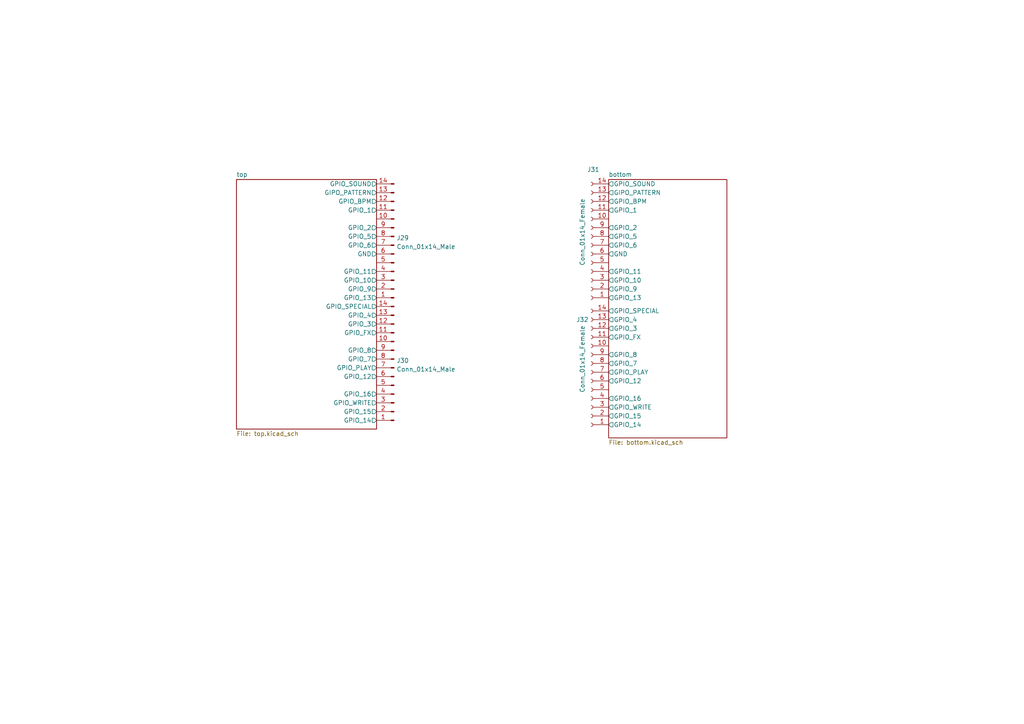
<source format=kicad_sch>
(kicad_sch (version 20211123) (generator eeschema)
  (paper "A4")
  (title_block (title "Pocket Operator MIDI Adapter") (rev "3.4") (company "Hanz Tech Inc"))
  (lib_symbols
    (symbol "Connector:Conn_01x14_Female" (pin_names (offset 1.016) hide)
      (property "Reference" "J" (at 0 17.78 0))
      (property "Value" "Conn_01x14_Female" (at 0 -20.32 0))
      (symbol "Conn_01x14_Female_1_1"
        (arc (start 0 -17.272) (mid -0.508 -17.78) (end 0 -18.288) (stroke (width 0.1524)))
        (arc (start 0 -14.732) (mid -0.508 -15.24) (end 0 -15.748) (stroke (width 0.1524)))
        (arc (start 0 -12.192) (mid -0.508 -12.7) (end 0 -13.208) (stroke (width 0.1524)))
        (arc (start 0 -9.652) (mid -0.508 -10.16) (end 0 -10.668) (stroke (width 0.1524)))
        (arc (start 0 -7.112) (mid -0.508 -7.62) (end 0 -8.128) (stroke (width 0.1524)))
        (arc (start 0 -4.572) (mid -0.508 -5.08) (end 0 -5.588) (stroke (width 0.1524)))
        (arc (start 0 -2.032) (mid -0.508 -2.54) (end 0 -3.048) (stroke (width 0.1524)))
        (polyline (pts (xy -1.27 -17.78) (xy -0.508 -17.78)) (stroke (width 0.1524)))
        (polyline (pts (xy -1.27 -15.24) (xy -0.508 -15.24)) (stroke (width 0.1524)))
        (polyline (pts (xy -1.27 -12.7) (xy -0.508 -12.7)) (stroke (width 0.1524)))
        (polyline (pts (xy -1.27 -10.16) (xy -0.508 -10.16)) (stroke (width 0.1524)))
        (polyline (pts (xy -1.27 -7.62) (xy -0.508 -7.62)) (stroke (width 0.1524)))
        (polyline (pts (xy -1.27 -5.08) (xy -0.508 -5.08)) (stroke (width 0.1524)))
        (polyline (pts (xy -1.27 -2.54) (xy -0.508 -2.54)) (stroke (width 0.1524)))
        (polyline (pts (xy -1.27 0) (xy -0.508 0)) (stroke (width 0.1524)))
        (polyline (pts (xy -1.27 2.54) (xy -0.508 2.54)) (stroke (width 0.1524)))
        (polyline (pts (xy -1.27 5.08) (xy -0.508 5.08)) (stroke (width 0.1524)))
        (polyline (pts (xy -1.27 7.62) (xy -0.508 7.62)) (stroke (width 0.1524)))
        (polyline (pts (xy -1.27 10.16) (xy -0.508 10.16)) (stroke (width 0.1524)))
        (polyline (pts (xy -1.27 12.7) (xy -0.508 12.7)) (stroke (width 0.1524)))
        (polyline (pts (xy -1.27 15.24) (xy -0.508 15.24)) (stroke (width 0.1524)))
        (arc (start 0 0.508) (mid -0.508 0) (end 0 -0.508) (stroke (width 0.1524)))
        (arc (start 0 3.048) (mid -0.508 2.54) (end 0 2.032) (stroke (width 0.1524)))
        (arc (start 0 5.588) (mid -0.508 5.08) (end 0 4.572) (stroke (width 0.1524)))
        (arc (start 0 8.128) (mid -0.508 7.62) (end 0 7.112) (stroke (width 0.1524)))
        (arc (start 0 10.668) (mid -0.508 10.16) (end 0 9.652) (stroke (width 0.1524)))
        (arc (start 0 13.208) (mid -0.508 12.7) (end 0 12.192) (stroke (width 0.1524)))
        (arc (start 0 15.748) (mid -0.508 15.24) (end 0 14.732) (stroke (width 0.1524)))
        (pin passive line (at -5.08 15.24 0) (length 3.81) (name "Pin_1") (number "1"))
        (pin passive line (at -5.08 -7.62 0) (length 3.81) (name "Pin_10") (number "10"))
        (pin passive line (at -5.08 -10.16 0) (length 3.81) (name "Pin_11") (number "11"))
        (pin passive line (at -5.08 -12.7 0) (length 3.81) (name "Pin_12") (number "12"))
        (pin passive line (at -5.08 -15.24 0) (length 3.81) (name "Pin_13") (number "13"))
        (pin passive line (at -5.08 -17.78 0) (length 3.81) (name "Pin_14") (number "14"))
        (pin passive line (at -5.08 12.7 0) (length 3.81) (name "Pin_2") (number "2"))
        (pin passive line (at -5.08 10.16 0) (length 3.81) (name "Pin_3") (number "3"))
        (pin passive line (at -5.08 7.62 0) (length 3.81) (name "Pin_4") (number "4"))
        (pin passive line (at -5.08 5.08 0) (length 3.81) (name "Pin_5") (number "5"))
        (pin passive line (at -5.08 2.54 0) (length 3.81) (name "Pin_6") (number "6"))
        (pin passive line (at -5.08 0 0) (length 3.81) (name "Pin_7") (number "7"))
        (pin passive line (at -5.08 -2.54 0) (length 3.81) (name "Pin_8") (number "8"))
        (pin passive line (at -5.08 -5.08 0) (length 3.81) (name "Pin_9") (number "9"))
      )
    )
    (symbol "Connector:Conn_01x14_Male" (pin_names (offset 1.016) hide)
      (property "Reference" "J" (at 0 17.78 0))
      (property "Value" "Conn_01x14_Male" (at 0 -20.32 0))
      (symbol "Conn_01x14_Male_1_1"
        (polyline (pts (xy 1.27 -17.78) (xy 0.8636 -17.78)) (stroke (width 0.1524)))
        (polyline (pts (xy 1.27 -15.24) (xy 0.8636 -15.24)) (stroke (width 0.1524)))
        (polyline (pts (xy 1.27 -12.7) (xy 0.8636 -12.7)) (stroke (width 0.1524)))
        (polyline (pts (xy 1.27 -10.16) (xy 0.8636 -10.16)) (stroke (width 0.1524)))
        (polyline (pts (xy 1.27 -7.62) (xy 0.8636 -7.62)) (stroke (width 0.1524)))
        (polyline (pts (xy 1.27 -5.08) (xy 0.8636 -5.08)) (stroke (width 0.1524)))
        (polyline (pts (xy 1.27 -2.54) (xy 0.8636 -2.54)) (stroke (width 0.1524)))
        (polyline (pts (xy 1.27 0) (xy 0.8636 0)) (stroke (width 0.1524)))
        (polyline (pts (xy 1.27 2.54) (xy 0.8636 2.54)) (stroke (width 0.1524)))
        (polyline (pts (xy 1.27 5.08) (xy 0.8636 5.08)) (stroke (width 0.1524)))
        (polyline (pts (xy 1.27 7.62) (xy 0.8636 7.62)) (stroke (width 0.1524)))
        (polyline (pts (xy 1.27 10.16) (xy 0.8636 10.16)) (stroke (width 0.1524)))
        (polyline (pts (xy 1.27 12.7) (xy 0.8636 12.7)) (stroke (width 0.1524)))
        (polyline (pts (xy 1.27 15.24) (xy 0.8636 15.24)) (stroke (width 0.1524)))
        (rectangle (start 0.8636 -17.653) (end 0 -17.907) (stroke (width 0.1524)) (fill (type outline)))
        (rectangle (start 0.8636 -15.113) (end 0 -15.367) (stroke (width 0.1524)) (fill (type outline)))
        (rectangle (start 0.8636 -12.573) (end 0 -12.827) (stroke (width 0.1524)) (fill (type outline)))
        (rectangle (start 0.8636 -10.033) (end 0 -10.287) (stroke (width 0.1524)) (fill (type outline)))
        (rectangle (start 0.8636 -7.493) (end 0 -7.747) (stroke (width 0.1524)) (fill (type outline)))
        (rectangle (start 0.8636 -4.953) (end 0 -5.207) (stroke (width 0.1524)) (fill (type outline)))
        (rectangle (start 0.8636 -2.413) (end 0 -2.667) (stroke (width 0.1524)) (fill (type outline)))
        (rectangle (start 0.8636 0.127) (end 0 -0.127) (stroke (width 0.1524)) (fill (type outline)))
        (rectangle (start 0.8636 2.667) (end 0 2.413) (stroke (width 0.1524)) (fill (type outline)))
        (rectangle (start 0.8636 5.207) (end 0 4.953) (stroke (width 0.1524)) (fill (type outline)))
        (rectangle (start 0.8636 7.747) (end 0 7.493) (stroke (width 0.1524)) (fill (type outline)))
        (rectangle (start 0.8636 10.287) (end 0 10.033) (stroke (width 0.1524)) (fill (type outline)))
        (rectangle (start 0.8636 12.827) (end 0 12.573) (stroke (width 0.1524)) (fill (type outline)))
        (rectangle (start 0.8636 15.367) (end 0 15.113) (stroke (width 0.1524)) (fill (type outline)))
        (pin passive line (at 5.08 15.24 180) (length 3.81) (name "Pin_1") (number "1"))
        (pin passive line (at 5.08 -7.62 180) (length 3.81) (name "Pin_10") (number "10"))
        (pin passive line (at 5.08 -10.16 180) (length 3.81) (name "Pin_11") (number "11"))
        (pin passive line (at 5.08 -12.7 180) (length 3.81) (name "Pin_12") (number "12"))
        (pin passive line (at 5.08 -15.24 180) (length 3.81) (name "Pin_13") (number "13"))
        (pin passive line (at 5.08 -17.78 180) (length 3.81) (name "Pin_14") (number "14"))
        (pin passive line (at 5.08 12.7 180) (length 3.81) (name "Pin_2") (number "2"))
        (pin passive line (at 5.08 10.16 180) (length 3.81) (name "Pin_3") (number "3"))
        (pin passive line (at 5.08 7.62 180) (length 3.81) (name "Pin_4") (number "4"))
        (pin passive line (at 5.08 5.08 180) (length 3.81) (name "Pin_5") (number "5"))
        (pin passive line (at 5.08 2.54 180) (length 3.81) (name "Pin_6") (number "6"))
        (pin passive line (at 5.08 0 180) (length 3.81) (name "Pin_7") (number "7"))
        (pin passive line (at 5.08 -2.54 180) (length 3.81) (name "Pin_8") (number "8"))
        (pin passive line (at 5.08 -5.08 180) (length 3.81) (name "Pin_9") (number "9"))
      )
    )
  )
  (symbol (lib_id "Connector:Conn_01x14_Female") (at 171.45 71.12 180) (unit 1)
    (property "Reference" "J31" (at 172.085 49.183 0))
    (property "Value" "Conn_01x14_Female" (at 168.91 67.31 90))
    (property "Footprint" "Connector_PinHeader_2.54mm:PinHeader_1x14_P2.54mm_Vertical" (effects hide))
  )
  (symbol (lib_id "Connector:Conn_01x14_Male") (at 114.3 71.12 180) (unit 1)
    (property "Reference" "J29" (at 115.0112 69.0153 0) (effects (justify right)))
    (property "Value" "Conn_01x14_Male" (at 115.0112 71.5522 0) (effects (justify right)))
    (property "Footprint" "Connector_PinHeader_2.54mm:PinHeader_1x14_P2.54mm_Vertical" (effects hide))
  )
  (symbol (lib_id "Connector:Conn_01x14_Male") (at 114.3 106.68 180) (unit 1)
    (property "Reference" "J30" (at 115.0112 104.5753 0) (effects (justify right)))
    (property "Value" "Conn_01x14_Male" (at 115.0112 107.1122 0) (effects (justify right)))
    (property "Footprint" "Connector_PinHeader_2.54mm:PinHeader_1x14_P2.54mm_Vertical" (effects hide))
  )
  (symbol (lib_id "Connector:Conn_01x14_Female") (at 171.45 107.95 180) (unit 1)
    (property "Reference" "J32" (at 168.91 92.71 0))
    (property "Value" "Conn_01x14_Female" (at 168.91 104.14 90))
    (property "Footprint" "Connector_PinHeader_2.54mm:PinHeader_1x14_P2.54mm_Vertical" (effects hide))
  )
  (sheet (at 68.58 52.07) (size 40.64 72.39)
    (property "Sheet name" "top" (at 68.58 51.3584 0) (effects (justify left bottom)))
    (property "Sheet file" "top.kicad_sch" (at 68.58 125.0446 0) (effects (justify left top)))
    (pin "GPIO_SOUND" output (at 109.22 53.34 0))
    (pin "GIPO_PATTERN" output (at 109.22 55.88 0))
    (pin "GPIO_BPM" output (at 109.22 58.42 0))
    (pin "GPIO_1" output (at 109.22 60.96 0))
    (pin "GPIO_2" output (at 109.22 66.04 0))
    (pin "GPIO_5" output (at 109.22 68.58 0))
    (pin "GPIO_6" output (at 109.22 71.12 0))
    (pin "GND" output (at 109.22 73.66 0))
    (pin "GPIO_SPECIAL" output (at 109.22 88.9 0))
    (pin "GPIO_4" output (at 109.22 91.44 0))
    (pin "GPIO_3" output (at 109.22 93.98 0))
    (pin "GPIO_FX" output (at 109.22 96.52 0))
    (pin "GPIO_8" output (at 109.22 101.6 0))
    (pin "GPIO_7" output (at 109.22 104.14 0))
    (pin "GPIO_PLAY" output (at 109.22 106.68 0))
    (pin "GPIO_12" output (at 109.22 109.22 0))
    (pin "GPIO_11" output (at 109.22 78.74 0))
    (pin "GPIO_10" output (at 109.22 81.28 0))
    (pin "GPIO_9" output (at 109.22 83.82 0))
    (pin "GPIO_13" output (at 109.22 86.36 0))
    (pin "GPIO_16" output (at 109.22 114.3 0))
    (pin "GPIO_WRITE" output (at 109.22 116.84 0))
    (pin "GPIO_15" output (at 109.22 119.38 0))
    (pin "GPIO_14" output (at 109.22 121.92 0))
  )
  (sheet (at 176.53 52.07) (size 34.29 74.93)
    (property "Sheet name" "bottom" (at 176.53 51.3584 0) (effects (justify left bottom)))
    (property "Sheet file" "bottom.kicad_sch" (at 176.53 127.5846 0) (effects (justify left top)))
    (pin "GPIO_SOUND" output (at 176.53 53.34 180))
    (pin "GIPO_PATTERN" output (at 176.53 55.88 180))
    (pin "GPIO_BPM" output (at 176.53 58.42 180))
    (pin "GPIO_1" output (at 176.53 60.96 180))
    (pin "GPIO_2" output (at 176.53 66.04 180))
    (pin "GPIO_5" output (at 176.53 68.58 180))
    (pin "GPIO_6" output (at 176.53 71.12 180))
    (pin "GND" output (at 176.53 73.66 180))
    (pin "GPIO_SPECIAL" output (at 176.53 90.17 180))
    (pin "GPIO_3" output (at 176.53 95.25 180))
    (pin "GPIO_FX" output (at 176.53 97.79 180))
    (pin "GPIO_8" output (at 176.53 102.87 180))
    (pin "GPIO_7" output (at 176.53 105.41 180))
    (pin "GPIO_PLAY" output (at 176.53 107.95 180))
    (pin "GPIO_12" output (at 176.53 110.49 180))
    (pin "GPIO_11" output (at 176.53 78.74 180))
    (pin "GPIO_10" output (at 176.53 81.28 180))
    (pin "GPIO_9" output (at 176.53 83.82 180))
    (pin "GPIO_13" output (at 176.53 86.36 180))
    (pin "GPIO_16" output (at 176.53 115.57 180))
    (pin "GPIO_WRITE" output (at 176.53 118.11 180))
    (pin "GPIO_15" output (at 176.53 120.65 180))
    (pin "GPIO_14" output (at 176.53 123.19 180))
    (pin "GPIO_4" output (at 176.53 92.71 180))
  )
)
</source>
